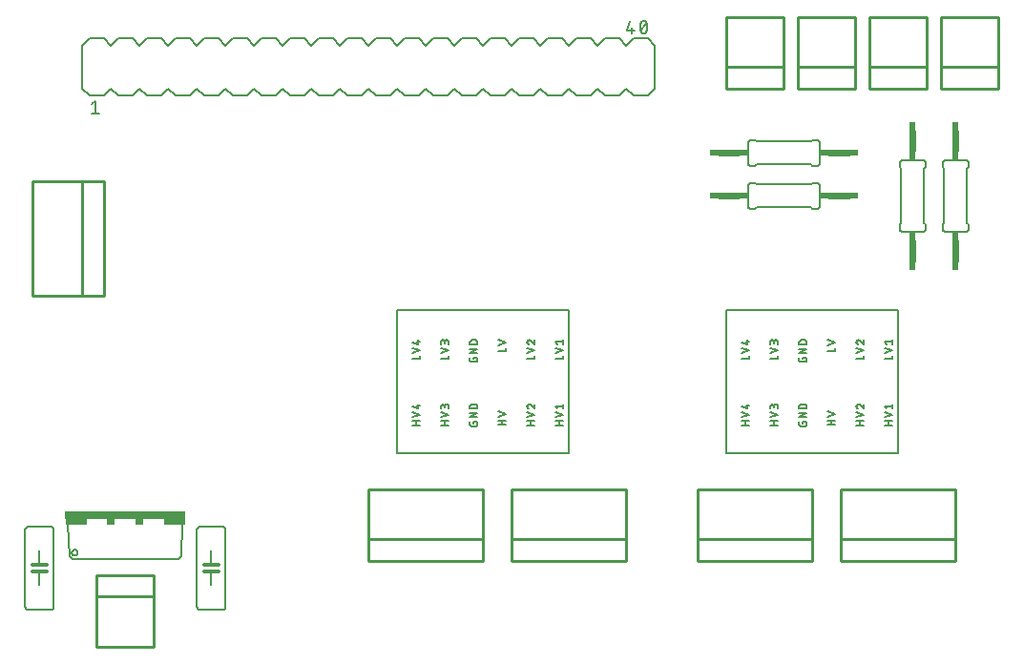
<source format=gto>
G75*
%MOIN*%
%OFA0B0*%
%FSLAX25Y25*%
%IPPOS*%
%LPD*%
%AMOC8*
5,1,8,0,0,1.08239X$1,22.5*
%
%ADD10C,0.00500*%
%ADD11C,0.00600*%
%ADD12C,0.01000*%
%ADD13C,0.01200*%
%ADD14R,0.42000X0.03000*%
%ADD15R,0.07500X0.02000*%
%ADD16R,0.03000X0.02000*%
%ADD17C,0.02400*%
%ADD18R,0.02400X0.03400*%
%ADD19R,0.03400X0.02400*%
D10*
X0025500Y0041000D02*
X0024500Y0042000D01*
X0024000Y0053500D01*
X0025300Y0043400D02*
X0025302Y0043463D01*
X0025308Y0043525D01*
X0025318Y0043587D01*
X0025331Y0043649D01*
X0025349Y0043709D01*
X0025370Y0043768D01*
X0025395Y0043826D01*
X0025424Y0043882D01*
X0025456Y0043936D01*
X0025491Y0043988D01*
X0025529Y0044037D01*
X0025571Y0044085D01*
X0025615Y0044129D01*
X0025663Y0044171D01*
X0025712Y0044209D01*
X0025764Y0044244D01*
X0025818Y0044276D01*
X0025874Y0044305D01*
X0025932Y0044330D01*
X0025991Y0044351D01*
X0026051Y0044369D01*
X0026113Y0044382D01*
X0026175Y0044392D01*
X0026237Y0044398D01*
X0026300Y0044400D01*
X0026363Y0044398D01*
X0026425Y0044392D01*
X0026487Y0044382D01*
X0026549Y0044369D01*
X0026609Y0044351D01*
X0026668Y0044330D01*
X0026726Y0044305D01*
X0026782Y0044276D01*
X0026836Y0044244D01*
X0026888Y0044209D01*
X0026937Y0044171D01*
X0026985Y0044129D01*
X0027029Y0044085D01*
X0027071Y0044037D01*
X0027109Y0043988D01*
X0027144Y0043936D01*
X0027176Y0043882D01*
X0027205Y0043826D01*
X0027230Y0043768D01*
X0027251Y0043709D01*
X0027269Y0043649D01*
X0027282Y0043587D01*
X0027292Y0043525D01*
X0027298Y0043463D01*
X0027300Y0043400D01*
X0027298Y0043337D01*
X0027292Y0043275D01*
X0027282Y0043213D01*
X0027269Y0043151D01*
X0027251Y0043091D01*
X0027230Y0043032D01*
X0027205Y0042974D01*
X0027176Y0042918D01*
X0027144Y0042864D01*
X0027109Y0042812D01*
X0027071Y0042763D01*
X0027029Y0042715D01*
X0026985Y0042671D01*
X0026937Y0042629D01*
X0026888Y0042591D01*
X0026836Y0042556D01*
X0026782Y0042524D01*
X0026726Y0042495D01*
X0026668Y0042470D01*
X0026609Y0042449D01*
X0026549Y0042431D01*
X0026487Y0042418D01*
X0026425Y0042408D01*
X0026363Y0042402D01*
X0026300Y0042400D01*
X0026237Y0042402D01*
X0026175Y0042408D01*
X0026113Y0042418D01*
X0026051Y0042431D01*
X0025991Y0042449D01*
X0025932Y0042470D01*
X0025874Y0042495D01*
X0025818Y0042524D01*
X0025764Y0042556D01*
X0025712Y0042591D01*
X0025663Y0042629D01*
X0025615Y0042671D01*
X0025571Y0042715D01*
X0025529Y0042763D01*
X0025491Y0042812D01*
X0025456Y0042864D01*
X0025424Y0042918D01*
X0025395Y0042974D01*
X0025370Y0043032D01*
X0025349Y0043091D01*
X0025331Y0043151D01*
X0025318Y0043213D01*
X0025308Y0043275D01*
X0025302Y0043337D01*
X0025300Y0043400D01*
X0025500Y0041000D02*
X0062500Y0041000D01*
X0063500Y0042000D01*
X0064000Y0053500D01*
X0139000Y0078000D02*
X0139000Y0128000D01*
X0199000Y0128000D01*
X0199000Y0078000D01*
X0139000Y0078000D01*
X0254000Y0078000D02*
X0254000Y0128000D01*
X0314000Y0128000D01*
X0314000Y0078000D01*
X0254000Y0078000D01*
X0221000Y0224750D02*
X0221000Y0226750D01*
X0221750Y0225750D02*
X0219250Y0225750D01*
X0220250Y0229250D01*
X0226250Y0227000D02*
X0226248Y0226880D01*
X0226242Y0226760D01*
X0226232Y0226640D01*
X0226219Y0226521D01*
X0226201Y0226402D01*
X0226180Y0226284D01*
X0226155Y0226166D01*
X0226126Y0226050D01*
X0226093Y0225934D01*
X0226057Y0225820D01*
X0226017Y0225706D01*
X0225973Y0225594D01*
X0225926Y0225484D01*
X0225875Y0225375D01*
X0225854Y0225319D01*
X0225828Y0225264D01*
X0225800Y0225210D01*
X0225768Y0225159D01*
X0225733Y0225110D01*
X0225694Y0225064D01*
X0225653Y0225020D01*
X0225609Y0224978D01*
X0225562Y0224940D01*
X0225513Y0224905D01*
X0225461Y0224873D01*
X0225408Y0224845D01*
X0225353Y0224820D01*
X0225297Y0224799D01*
X0225239Y0224781D01*
X0225180Y0224768D01*
X0225120Y0224758D01*
X0225060Y0224752D01*
X0225000Y0224750D01*
X0224940Y0224752D01*
X0224880Y0224758D01*
X0224820Y0224768D01*
X0224761Y0224781D01*
X0224703Y0224799D01*
X0224647Y0224820D01*
X0224592Y0224845D01*
X0224539Y0224873D01*
X0224487Y0224905D01*
X0224438Y0224940D01*
X0224391Y0224978D01*
X0224347Y0225020D01*
X0224306Y0225064D01*
X0224267Y0225110D01*
X0224232Y0225159D01*
X0224200Y0225210D01*
X0224172Y0225264D01*
X0224146Y0225319D01*
X0224125Y0225375D01*
X0224000Y0225750D02*
X0226000Y0228250D01*
X0225875Y0228625D02*
X0225854Y0228681D01*
X0225828Y0228736D01*
X0225800Y0228790D01*
X0225768Y0228841D01*
X0225733Y0228890D01*
X0225694Y0228936D01*
X0225653Y0228980D01*
X0225609Y0229022D01*
X0225562Y0229060D01*
X0225513Y0229095D01*
X0225461Y0229127D01*
X0225408Y0229155D01*
X0225353Y0229180D01*
X0225297Y0229201D01*
X0225239Y0229219D01*
X0225180Y0229232D01*
X0225120Y0229242D01*
X0225060Y0229248D01*
X0225000Y0229250D01*
X0224940Y0229248D01*
X0224880Y0229242D01*
X0224820Y0229232D01*
X0224761Y0229219D01*
X0224703Y0229201D01*
X0224647Y0229180D01*
X0224592Y0229155D01*
X0224539Y0229127D01*
X0224487Y0229095D01*
X0224438Y0229060D01*
X0224391Y0229022D01*
X0224347Y0228980D01*
X0224306Y0228936D01*
X0224267Y0228890D01*
X0224232Y0228841D01*
X0224200Y0228790D01*
X0224172Y0228736D01*
X0224146Y0228681D01*
X0224125Y0228625D01*
X0225875Y0228625D02*
X0225926Y0228516D01*
X0225973Y0228406D01*
X0226017Y0228294D01*
X0226057Y0228180D01*
X0226093Y0228066D01*
X0226126Y0227950D01*
X0226155Y0227834D01*
X0226180Y0227716D01*
X0226201Y0227598D01*
X0226219Y0227479D01*
X0226232Y0227360D01*
X0226242Y0227240D01*
X0226248Y0227120D01*
X0226250Y0227000D01*
X0223750Y0227000D02*
X0223752Y0226880D01*
X0223758Y0226760D01*
X0223768Y0226640D01*
X0223781Y0226521D01*
X0223799Y0226402D01*
X0223820Y0226284D01*
X0223845Y0226166D01*
X0223874Y0226050D01*
X0223907Y0225934D01*
X0223943Y0225820D01*
X0223983Y0225706D01*
X0224027Y0225594D01*
X0224074Y0225484D01*
X0224125Y0225375D01*
X0223750Y0227000D02*
X0223752Y0227120D01*
X0223758Y0227240D01*
X0223768Y0227360D01*
X0223781Y0227479D01*
X0223799Y0227598D01*
X0223820Y0227716D01*
X0223845Y0227834D01*
X0223874Y0227950D01*
X0223907Y0228066D01*
X0223943Y0228180D01*
X0223983Y0228294D01*
X0224027Y0228406D01*
X0224074Y0228516D01*
X0224125Y0228625D01*
X0034750Y0196750D02*
X0032250Y0196750D01*
X0033500Y0196750D02*
X0033500Y0201250D01*
X0032250Y0200250D01*
D11*
X0018000Y0023500D02*
X0010000Y0023500D01*
X0009940Y0023502D01*
X0009879Y0023507D01*
X0009820Y0023516D01*
X0009761Y0023529D01*
X0009702Y0023545D01*
X0009645Y0023565D01*
X0009590Y0023588D01*
X0009535Y0023615D01*
X0009483Y0023644D01*
X0009432Y0023677D01*
X0009383Y0023713D01*
X0009337Y0023751D01*
X0009293Y0023793D01*
X0009251Y0023837D01*
X0009213Y0023883D01*
X0009177Y0023932D01*
X0009144Y0023983D01*
X0009115Y0024035D01*
X0009088Y0024090D01*
X0009065Y0024145D01*
X0009045Y0024202D01*
X0009029Y0024261D01*
X0009016Y0024320D01*
X0009007Y0024379D01*
X0009002Y0024440D01*
X0009000Y0024500D01*
X0009000Y0051500D01*
X0009002Y0051560D01*
X0009007Y0051621D01*
X0009016Y0051680D01*
X0009029Y0051739D01*
X0009045Y0051798D01*
X0009065Y0051855D01*
X0009088Y0051910D01*
X0009115Y0051965D01*
X0009144Y0052017D01*
X0009177Y0052068D01*
X0009213Y0052117D01*
X0009251Y0052163D01*
X0009293Y0052207D01*
X0009337Y0052249D01*
X0009383Y0052287D01*
X0009432Y0052323D01*
X0009483Y0052356D01*
X0009535Y0052385D01*
X0009590Y0052412D01*
X0009645Y0052435D01*
X0009702Y0052455D01*
X0009761Y0052471D01*
X0009820Y0052484D01*
X0009879Y0052493D01*
X0009940Y0052498D01*
X0010000Y0052500D01*
X0018000Y0052500D01*
X0018060Y0052498D01*
X0018121Y0052493D01*
X0018180Y0052484D01*
X0018239Y0052471D01*
X0018298Y0052455D01*
X0018355Y0052435D01*
X0018410Y0052412D01*
X0018465Y0052385D01*
X0018517Y0052356D01*
X0018568Y0052323D01*
X0018617Y0052287D01*
X0018663Y0052249D01*
X0018707Y0052207D01*
X0018749Y0052163D01*
X0018787Y0052117D01*
X0018823Y0052068D01*
X0018856Y0052017D01*
X0018885Y0051965D01*
X0018912Y0051910D01*
X0018935Y0051855D01*
X0018955Y0051798D01*
X0018971Y0051739D01*
X0018984Y0051680D01*
X0018993Y0051621D01*
X0018998Y0051560D01*
X0019000Y0051500D01*
X0019000Y0024500D01*
X0018998Y0024440D01*
X0018993Y0024379D01*
X0018984Y0024320D01*
X0018971Y0024261D01*
X0018955Y0024202D01*
X0018935Y0024145D01*
X0018912Y0024090D01*
X0018885Y0024035D01*
X0018856Y0023983D01*
X0018823Y0023932D01*
X0018787Y0023883D01*
X0018749Y0023837D01*
X0018707Y0023793D01*
X0018663Y0023751D01*
X0018617Y0023713D01*
X0018568Y0023677D01*
X0018517Y0023644D01*
X0018465Y0023615D01*
X0018410Y0023588D01*
X0018355Y0023565D01*
X0018298Y0023545D01*
X0018239Y0023529D01*
X0018180Y0023516D01*
X0018121Y0023507D01*
X0018060Y0023502D01*
X0018000Y0023500D01*
X0014000Y0032000D02*
X0014000Y0036700D01*
X0014000Y0039200D02*
X0014000Y0044000D01*
X0069000Y0051500D02*
X0069000Y0024500D01*
X0069002Y0024440D01*
X0069007Y0024379D01*
X0069016Y0024320D01*
X0069029Y0024261D01*
X0069045Y0024202D01*
X0069065Y0024145D01*
X0069088Y0024090D01*
X0069115Y0024035D01*
X0069144Y0023983D01*
X0069177Y0023932D01*
X0069213Y0023883D01*
X0069251Y0023837D01*
X0069293Y0023793D01*
X0069337Y0023751D01*
X0069383Y0023713D01*
X0069432Y0023677D01*
X0069483Y0023644D01*
X0069535Y0023615D01*
X0069590Y0023588D01*
X0069645Y0023565D01*
X0069702Y0023545D01*
X0069761Y0023529D01*
X0069820Y0023516D01*
X0069879Y0023507D01*
X0069940Y0023502D01*
X0070000Y0023500D01*
X0078000Y0023500D01*
X0078060Y0023502D01*
X0078121Y0023507D01*
X0078180Y0023516D01*
X0078239Y0023529D01*
X0078298Y0023545D01*
X0078355Y0023565D01*
X0078410Y0023588D01*
X0078465Y0023615D01*
X0078517Y0023644D01*
X0078568Y0023677D01*
X0078617Y0023713D01*
X0078663Y0023751D01*
X0078707Y0023793D01*
X0078749Y0023837D01*
X0078787Y0023883D01*
X0078823Y0023932D01*
X0078856Y0023983D01*
X0078885Y0024035D01*
X0078912Y0024090D01*
X0078935Y0024145D01*
X0078955Y0024202D01*
X0078971Y0024261D01*
X0078984Y0024320D01*
X0078993Y0024379D01*
X0078998Y0024440D01*
X0079000Y0024500D01*
X0079000Y0051500D01*
X0078998Y0051560D01*
X0078993Y0051621D01*
X0078984Y0051680D01*
X0078971Y0051739D01*
X0078955Y0051798D01*
X0078935Y0051855D01*
X0078912Y0051910D01*
X0078885Y0051965D01*
X0078856Y0052017D01*
X0078823Y0052068D01*
X0078787Y0052117D01*
X0078749Y0052163D01*
X0078707Y0052207D01*
X0078663Y0052249D01*
X0078617Y0052287D01*
X0078568Y0052323D01*
X0078517Y0052356D01*
X0078465Y0052385D01*
X0078410Y0052412D01*
X0078355Y0052435D01*
X0078298Y0052455D01*
X0078239Y0052471D01*
X0078180Y0052484D01*
X0078121Y0052493D01*
X0078060Y0052498D01*
X0078000Y0052500D01*
X0070000Y0052500D01*
X0069940Y0052498D01*
X0069879Y0052493D01*
X0069820Y0052484D01*
X0069761Y0052471D01*
X0069702Y0052455D01*
X0069645Y0052435D01*
X0069590Y0052412D01*
X0069535Y0052385D01*
X0069483Y0052356D01*
X0069432Y0052323D01*
X0069383Y0052287D01*
X0069337Y0052249D01*
X0069293Y0052207D01*
X0069251Y0052163D01*
X0069213Y0052117D01*
X0069177Y0052068D01*
X0069144Y0052017D01*
X0069115Y0051965D01*
X0069088Y0051910D01*
X0069065Y0051855D01*
X0069045Y0051798D01*
X0069029Y0051739D01*
X0069016Y0051680D01*
X0069007Y0051621D01*
X0069002Y0051560D01*
X0069000Y0051500D01*
X0074000Y0044000D02*
X0074000Y0039200D01*
X0074000Y0036700D02*
X0074000Y0032000D01*
X0144300Y0087900D02*
X0146900Y0087900D01*
X0146900Y0089344D02*
X0144300Y0089344D01*
X0145456Y0089344D02*
X0145456Y0087900D01*
X0144300Y0090731D02*
X0146900Y0091598D01*
X0144300Y0092464D01*
X0144300Y0094333D02*
X0146322Y0093756D01*
X0146322Y0095200D01*
X0145744Y0094767D02*
X0146900Y0094767D01*
X0154300Y0094622D02*
X0154300Y0093756D01*
X0154300Y0094622D02*
X0154302Y0094669D01*
X0154307Y0094715D01*
X0154317Y0094760D01*
X0154330Y0094805D01*
X0154346Y0094849D01*
X0154366Y0094891D01*
X0154389Y0094931D01*
X0154416Y0094969D01*
X0154445Y0095005D01*
X0154478Y0095039D01*
X0154512Y0095070D01*
X0154550Y0095098D01*
X0154589Y0095123D01*
X0154630Y0095144D01*
X0154673Y0095162D01*
X0154717Y0095177D01*
X0154762Y0095188D01*
X0154808Y0095196D01*
X0154855Y0095200D01*
X0154901Y0095200D01*
X0154948Y0095196D01*
X0154994Y0095188D01*
X0155039Y0095177D01*
X0155083Y0095162D01*
X0155126Y0095144D01*
X0155167Y0095123D01*
X0155206Y0095098D01*
X0155244Y0095070D01*
X0155278Y0095039D01*
X0155311Y0095005D01*
X0155340Y0094969D01*
X0155367Y0094931D01*
X0155390Y0094891D01*
X0155410Y0094849D01*
X0155426Y0094805D01*
X0155439Y0094760D01*
X0155449Y0094715D01*
X0155454Y0094669D01*
X0155456Y0094622D01*
X0155456Y0094044D01*
X0155456Y0094478D02*
X0155458Y0094531D01*
X0155464Y0094583D01*
X0155473Y0094635D01*
X0155487Y0094686D01*
X0155504Y0094736D01*
X0155524Y0094784D01*
X0155548Y0094831D01*
X0155576Y0094876D01*
X0155607Y0094919D01*
X0155640Y0094960D01*
X0155677Y0094998D01*
X0155716Y0095033D01*
X0155758Y0095065D01*
X0155802Y0095094D01*
X0155848Y0095120D01*
X0155896Y0095142D01*
X0155945Y0095161D01*
X0155995Y0095177D01*
X0156047Y0095188D01*
X0156099Y0095196D01*
X0156152Y0095200D01*
X0156204Y0095200D01*
X0156257Y0095196D01*
X0156309Y0095188D01*
X0156361Y0095177D01*
X0156411Y0095161D01*
X0156460Y0095142D01*
X0156508Y0095120D01*
X0156554Y0095094D01*
X0156598Y0095065D01*
X0156640Y0095033D01*
X0156679Y0094998D01*
X0156716Y0094960D01*
X0156749Y0094919D01*
X0156780Y0094876D01*
X0156808Y0094831D01*
X0156832Y0094784D01*
X0156852Y0094736D01*
X0156869Y0094686D01*
X0156883Y0094635D01*
X0156892Y0094583D01*
X0156898Y0094531D01*
X0156900Y0094478D01*
X0156900Y0093756D01*
X0156900Y0091598D02*
X0154300Y0092464D01*
X0154300Y0090731D02*
X0156900Y0091598D01*
X0156900Y0089344D02*
X0154300Y0089344D01*
X0155456Y0089344D02*
X0155456Y0087900D01*
X0154300Y0087900D02*
X0156900Y0087900D01*
X0164300Y0088189D02*
X0164300Y0089056D01*
X0164300Y0088189D02*
X0164302Y0088141D01*
X0164308Y0088094D01*
X0164318Y0088047D01*
X0164331Y0088001D01*
X0164349Y0087957D01*
X0164370Y0087914D01*
X0164394Y0087873D01*
X0164422Y0087834D01*
X0164453Y0087798D01*
X0164487Y0087764D01*
X0164523Y0087733D01*
X0164562Y0087705D01*
X0164603Y0087681D01*
X0164646Y0087660D01*
X0164690Y0087642D01*
X0164736Y0087629D01*
X0164783Y0087619D01*
X0164830Y0087613D01*
X0164878Y0087611D01*
X0164878Y0087612D02*
X0166322Y0087612D01*
X0166322Y0087611D02*
X0166370Y0087613D01*
X0166417Y0087619D01*
X0166464Y0087629D01*
X0166510Y0087642D01*
X0166554Y0087660D01*
X0166597Y0087681D01*
X0166638Y0087705D01*
X0166677Y0087733D01*
X0166713Y0087764D01*
X0166747Y0087798D01*
X0166778Y0087834D01*
X0166806Y0087873D01*
X0166830Y0087914D01*
X0166851Y0087957D01*
X0166869Y0088001D01*
X0166882Y0088047D01*
X0166892Y0088094D01*
X0166898Y0088141D01*
X0166900Y0088189D01*
X0166900Y0089056D01*
X0165456Y0089056D01*
X0165456Y0088623D01*
X0164300Y0090684D02*
X0166900Y0092128D01*
X0164300Y0092128D01*
X0164300Y0090684D02*
X0166900Y0090684D01*
X0166900Y0093756D02*
X0164300Y0093756D01*
X0164300Y0094478D01*
X0164302Y0094530D01*
X0164307Y0094581D01*
X0164317Y0094631D01*
X0164329Y0094681D01*
X0164346Y0094730D01*
X0164365Y0094778D01*
X0164388Y0094824D01*
X0164415Y0094868D01*
X0164444Y0094911D01*
X0164476Y0094951D01*
X0164511Y0094989D01*
X0164549Y0095024D01*
X0164589Y0095056D01*
X0164632Y0095085D01*
X0164676Y0095112D01*
X0164722Y0095135D01*
X0164770Y0095154D01*
X0164819Y0095171D01*
X0164869Y0095184D01*
X0164919Y0095193D01*
X0164971Y0095198D01*
X0165022Y0095200D01*
X0166178Y0095200D01*
X0166230Y0095198D01*
X0166281Y0095193D01*
X0166331Y0095184D01*
X0166381Y0095171D01*
X0166430Y0095154D01*
X0166478Y0095135D01*
X0166524Y0095112D01*
X0166568Y0095085D01*
X0166611Y0095056D01*
X0166651Y0095024D01*
X0166689Y0094989D01*
X0166724Y0094951D01*
X0166756Y0094911D01*
X0166785Y0094868D01*
X0166812Y0094824D01*
X0166835Y0094778D01*
X0166854Y0094730D01*
X0166871Y0094681D01*
X0166884Y0094631D01*
X0166893Y0094581D01*
X0166898Y0094530D01*
X0166900Y0094478D01*
X0166900Y0093756D01*
X0174300Y0092700D02*
X0176900Y0091833D01*
X0174300Y0090967D01*
X0174300Y0089580D02*
X0176900Y0089580D01*
X0175456Y0089580D02*
X0175456Y0088135D01*
X0174300Y0088135D02*
X0176900Y0088135D01*
X0184300Y0087900D02*
X0186900Y0087900D01*
X0186900Y0089344D02*
X0184300Y0089344D01*
X0185456Y0089344D02*
X0185456Y0087900D01*
X0184300Y0090731D02*
X0186900Y0091598D01*
X0184300Y0092464D01*
X0185455Y0094983D02*
X0185419Y0095019D01*
X0185379Y0095052D01*
X0185338Y0095082D01*
X0185294Y0095109D01*
X0185248Y0095133D01*
X0185201Y0095153D01*
X0185153Y0095170D01*
X0185103Y0095183D01*
X0185052Y0095192D01*
X0185001Y0095198D01*
X0184950Y0095200D01*
X0185456Y0094983D02*
X0186900Y0093756D01*
X0186900Y0095200D01*
X0184878Y0093756D02*
X0184826Y0093774D01*
X0184775Y0093797D01*
X0184726Y0093822D01*
X0184679Y0093851D01*
X0184634Y0093882D01*
X0184591Y0093917D01*
X0184550Y0093954D01*
X0184512Y0093994D01*
X0184476Y0094037D01*
X0184444Y0094081D01*
X0184414Y0094128D01*
X0184388Y0094177D01*
X0184365Y0094227D01*
X0184345Y0094279D01*
X0184329Y0094332D01*
X0184316Y0094385D01*
X0184307Y0094440D01*
X0184302Y0094495D01*
X0184300Y0094550D01*
X0184302Y0094599D01*
X0184307Y0094647D01*
X0184316Y0094695D01*
X0184329Y0094742D01*
X0184345Y0094787D01*
X0184364Y0094832D01*
X0184387Y0094875D01*
X0184413Y0094916D01*
X0184442Y0094955D01*
X0184474Y0094992D01*
X0184508Y0095026D01*
X0184545Y0095058D01*
X0184584Y0095087D01*
X0184625Y0095113D01*
X0184668Y0095136D01*
X0184713Y0095155D01*
X0184758Y0095171D01*
X0184805Y0095184D01*
X0184853Y0095193D01*
X0184901Y0095198D01*
X0184950Y0095200D01*
X0194300Y0094478D02*
X0196900Y0094478D01*
X0196900Y0093756D02*
X0196900Y0095200D01*
X0194878Y0093756D02*
X0194300Y0094478D01*
X0194300Y0092464D02*
X0196900Y0091598D01*
X0194300Y0090731D01*
X0194300Y0089344D02*
X0196900Y0089344D01*
X0196900Y0087900D02*
X0194300Y0087900D01*
X0195456Y0087900D02*
X0195456Y0089344D01*
X0194300Y0110985D02*
X0196900Y0110985D01*
X0196900Y0112141D01*
X0196900Y0114098D02*
X0194300Y0114964D01*
X0194878Y0116256D02*
X0194300Y0116978D01*
X0196900Y0116978D01*
X0196900Y0116256D02*
X0196900Y0117700D01*
X0196900Y0114098D02*
X0194300Y0113231D01*
X0186900Y0114098D02*
X0184300Y0114964D01*
X0184300Y0113231D02*
X0186900Y0114098D01*
X0186900Y0112141D02*
X0186900Y0110985D01*
X0184300Y0110985D01*
X0186900Y0116256D02*
X0186900Y0117700D01*
X0186900Y0116256D02*
X0185456Y0117483D01*
X0184300Y0117050D02*
X0184302Y0116995D01*
X0184307Y0116940D01*
X0184316Y0116885D01*
X0184329Y0116832D01*
X0184345Y0116779D01*
X0184365Y0116727D01*
X0184388Y0116677D01*
X0184414Y0116628D01*
X0184444Y0116581D01*
X0184476Y0116537D01*
X0184512Y0116494D01*
X0184550Y0116454D01*
X0184591Y0116417D01*
X0184634Y0116382D01*
X0184679Y0116351D01*
X0184726Y0116322D01*
X0184775Y0116297D01*
X0184826Y0116274D01*
X0184878Y0116256D01*
X0185455Y0117483D02*
X0185419Y0117519D01*
X0185379Y0117552D01*
X0185338Y0117582D01*
X0185294Y0117609D01*
X0185248Y0117633D01*
X0185201Y0117653D01*
X0185153Y0117670D01*
X0185103Y0117683D01*
X0185052Y0117692D01*
X0185001Y0117698D01*
X0184950Y0117700D01*
X0184901Y0117698D01*
X0184853Y0117693D01*
X0184805Y0117684D01*
X0184758Y0117671D01*
X0184713Y0117655D01*
X0184668Y0117636D01*
X0184625Y0117613D01*
X0184584Y0117587D01*
X0184545Y0117558D01*
X0184508Y0117526D01*
X0184474Y0117492D01*
X0184442Y0117455D01*
X0184413Y0117416D01*
X0184387Y0117375D01*
X0184364Y0117332D01*
X0184345Y0117287D01*
X0184329Y0117242D01*
X0184316Y0117195D01*
X0184307Y0117147D01*
X0184302Y0117099D01*
X0184300Y0117050D01*
X0176900Y0116833D02*
X0174300Y0117700D01*
X0174300Y0115967D02*
X0176900Y0116833D01*
X0176900Y0114876D02*
X0176900Y0113721D01*
X0174300Y0113721D01*
X0166900Y0113184D02*
X0164300Y0113184D01*
X0166900Y0114628D01*
X0164300Y0114628D01*
X0164300Y0116256D02*
X0164300Y0116978D01*
X0164302Y0117030D01*
X0164307Y0117081D01*
X0164317Y0117131D01*
X0164329Y0117181D01*
X0164346Y0117230D01*
X0164365Y0117278D01*
X0164388Y0117324D01*
X0164415Y0117368D01*
X0164444Y0117411D01*
X0164476Y0117451D01*
X0164511Y0117489D01*
X0164549Y0117524D01*
X0164589Y0117556D01*
X0164632Y0117585D01*
X0164676Y0117612D01*
X0164722Y0117635D01*
X0164770Y0117654D01*
X0164819Y0117671D01*
X0164869Y0117684D01*
X0164919Y0117693D01*
X0164971Y0117698D01*
X0165022Y0117700D01*
X0166178Y0117700D01*
X0166230Y0117698D01*
X0166281Y0117693D01*
X0166331Y0117684D01*
X0166381Y0117671D01*
X0166430Y0117654D01*
X0166478Y0117635D01*
X0166524Y0117612D01*
X0166568Y0117585D01*
X0166611Y0117556D01*
X0166651Y0117524D01*
X0166689Y0117489D01*
X0166724Y0117451D01*
X0166756Y0117411D01*
X0166785Y0117368D01*
X0166812Y0117324D01*
X0166835Y0117278D01*
X0166854Y0117230D01*
X0166871Y0117181D01*
X0166884Y0117131D01*
X0166893Y0117081D01*
X0166898Y0117030D01*
X0166900Y0116978D01*
X0166900Y0116256D01*
X0164300Y0116256D01*
X0164300Y0111556D02*
X0164300Y0110689D01*
X0164302Y0110641D01*
X0164308Y0110594D01*
X0164318Y0110547D01*
X0164331Y0110501D01*
X0164349Y0110457D01*
X0164370Y0110414D01*
X0164394Y0110373D01*
X0164422Y0110334D01*
X0164453Y0110298D01*
X0164487Y0110264D01*
X0164523Y0110233D01*
X0164562Y0110205D01*
X0164603Y0110181D01*
X0164646Y0110160D01*
X0164690Y0110142D01*
X0164736Y0110129D01*
X0164783Y0110119D01*
X0164830Y0110113D01*
X0164878Y0110111D01*
X0164878Y0110112D02*
X0166322Y0110112D01*
X0166322Y0110111D02*
X0166370Y0110113D01*
X0166417Y0110119D01*
X0166464Y0110129D01*
X0166510Y0110142D01*
X0166554Y0110160D01*
X0166597Y0110181D01*
X0166638Y0110205D01*
X0166677Y0110233D01*
X0166713Y0110264D01*
X0166747Y0110298D01*
X0166778Y0110334D01*
X0166806Y0110373D01*
X0166830Y0110414D01*
X0166851Y0110457D01*
X0166869Y0110501D01*
X0166882Y0110547D01*
X0166892Y0110594D01*
X0166898Y0110641D01*
X0166900Y0110689D01*
X0166900Y0111556D01*
X0165456Y0111556D01*
X0165456Y0111123D01*
X0156900Y0110985D02*
X0156900Y0112141D01*
X0156900Y0110985D02*
X0154300Y0110985D01*
X0154300Y0113231D02*
X0156900Y0114098D01*
X0154300Y0114964D01*
X0154300Y0116256D02*
X0154300Y0117122D01*
X0154302Y0117169D01*
X0154307Y0117215D01*
X0154317Y0117260D01*
X0154330Y0117305D01*
X0154346Y0117349D01*
X0154366Y0117391D01*
X0154389Y0117431D01*
X0154416Y0117469D01*
X0154445Y0117505D01*
X0154478Y0117539D01*
X0154512Y0117570D01*
X0154550Y0117598D01*
X0154589Y0117623D01*
X0154630Y0117644D01*
X0154673Y0117662D01*
X0154717Y0117677D01*
X0154762Y0117688D01*
X0154808Y0117696D01*
X0154855Y0117700D01*
X0154901Y0117700D01*
X0154948Y0117696D01*
X0154994Y0117688D01*
X0155039Y0117677D01*
X0155083Y0117662D01*
X0155126Y0117644D01*
X0155167Y0117623D01*
X0155206Y0117598D01*
X0155244Y0117570D01*
X0155278Y0117539D01*
X0155311Y0117505D01*
X0155340Y0117469D01*
X0155367Y0117431D01*
X0155390Y0117391D01*
X0155410Y0117349D01*
X0155426Y0117305D01*
X0155439Y0117260D01*
X0155449Y0117215D01*
X0155454Y0117169D01*
X0155456Y0117122D01*
X0155456Y0116544D01*
X0155456Y0116978D02*
X0155458Y0117031D01*
X0155464Y0117083D01*
X0155473Y0117135D01*
X0155487Y0117186D01*
X0155504Y0117236D01*
X0155524Y0117284D01*
X0155548Y0117331D01*
X0155576Y0117376D01*
X0155607Y0117419D01*
X0155640Y0117460D01*
X0155677Y0117498D01*
X0155716Y0117533D01*
X0155758Y0117565D01*
X0155802Y0117594D01*
X0155848Y0117620D01*
X0155896Y0117642D01*
X0155945Y0117661D01*
X0155995Y0117677D01*
X0156047Y0117688D01*
X0156099Y0117696D01*
X0156152Y0117700D01*
X0156204Y0117700D01*
X0156257Y0117696D01*
X0156309Y0117688D01*
X0156361Y0117677D01*
X0156411Y0117661D01*
X0156460Y0117642D01*
X0156508Y0117620D01*
X0156554Y0117594D01*
X0156598Y0117565D01*
X0156640Y0117533D01*
X0156679Y0117498D01*
X0156716Y0117460D01*
X0156749Y0117419D01*
X0156780Y0117376D01*
X0156808Y0117331D01*
X0156832Y0117284D01*
X0156852Y0117236D01*
X0156869Y0117186D01*
X0156883Y0117135D01*
X0156892Y0117083D01*
X0156898Y0117031D01*
X0156900Y0116978D01*
X0156900Y0116256D01*
X0146900Y0117267D02*
X0145744Y0117267D01*
X0146322Y0117700D02*
X0146322Y0116256D01*
X0144300Y0116833D01*
X0144300Y0114964D02*
X0146900Y0114098D01*
X0144300Y0113231D01*
X0144300Y0110985D02*
X0146900Y0110985D01*
X0146900Y0112141D01*
X0259300Y0113231D02*
X0261900Y0114098D01*
X0259300Y0114964D01*
X0259300Y0116833D02*
X0261322Y0116256D01*
X0261322Y0117700D01*
X0260744Y0117267D02*
X0261900Y0117267D01*
X0261900Y0112141D02*
X0261900Y0110985D01*
X0259300Y0110985D01*
X0269300Y0110985D02*
X0271900Y0110985D01*
X0271900Y0112141D01*
X0271900Y0114098D02*
X0269300Y0114964D01*
X0269300Y0116256D02*
X0269300Y0117122D01*
X0269302Y0117169D01*
X0269307Y0117215D01*
X0269317Y0117260D01*
X0269330Y0117305D01*
X0269346Y0117349D01*
X0269366Y0117391D01*
X0269389Y0117431D01*
X0269416Y0117469D01*
X0269445Y0117505D01*
X0269478Y0117539D01*
X0269512Y0117570D01*
X0269550Y0117598D01*
X0269589Y0117623D01*
X0269630Y0117644D01*
X0269673Y0117662D01*
X0269717Y0117677D01*
X0269762Y0117688D01*
X0269808Y0117696D01*
X0269855Y0117700D01*
X0269901Y0117700D01*
X0269948Y0117696D01*
X0269994Y0117688D01*
X0270039Y0117677D01*
X0270083Y0117662D01*
X0270126Y0117644D01*
X0270167Y0117623D01*
X0270206Y0117598D01*
X0270244Y0117570D01*
X0270278Y0117539D01*
X0270311Y0117505D01*
X0270340Y0117469D01*
X0270367Y0117431D01*
X0270390Y0117391D01*
X0270410Y0117349D01*
X0270426Y0117305D01*
X0270439Y0117260D01*
X0270449Y0117215D01*
X0270454Y0117169D01*
X0270456Y0117122D01*
X0270456Y0116544D01*
X0270456Y0116978D02*
X0270458Y0117031D01*
X0270464Y0117083D01*
X0270473Y0117135D01*
X0270487Y0117186D01*
X0270504Y0117236D01*
X0270524Y0117284D01*
X0270548Y0117331D01*
X0270576Y0117376D01*
X0270607Y0117419D01*
X0270640Y0117460D01*
X0270677Y0117498D01*
X0270716Y0117533D01*
X0270758Y0117565D01*
X0270802Y0117594D01*
X0270848Y0117620D01*
X0270896Y0117642D01*
X0270945Y0117661D01*
X0270995Y0117677D01*
X0271047Y0117688D01*
X0271099Y0117696D01*
X0271152Y0117700D01*
X0271204Y0117700D01*
X0271257Y0117696D01*
X0271309Y0117688D01*
X0271361Y0117677D01*
X0271411Y0117661D01*
X0271460Y0117642D01*
X0271508Y0117620D01*
X0271554Y0117594D01*
X0271598Y0117565D01*
X0271640Y0117533D01*
X0271679Y0117498D01*
X0271716Y0117460D01*
X0271749Y0117419D01*
X0271780Y0117376D01*
X0271808Y0117331D01*
X0271832Y0117284D01*
X0271852Y0117236D01*
X0271869Y0117186D01*
X0271883Y0117135D01*
X0271892Y0117083D01*
X0271898Y0117031D01*
X0271900Y0116978D01*
X0271900Y0116256D01*
X0271900Y0114098D02*
X0269300Y0113231D01*
X0279300Y0113184D02*
X0281900Y0114628D01*
X0279300Y0114628D01*
X0279300Y0113184D02*
X0281900Y0113184D01*
X0281900Y0111556D02*
X0280456Y0111556D01*
X0280456Y0111123D01*
X0279878Y0110111D02*
X0279830Y0110113D01*
X0279783Y0110119D01*
X0279736Y0110129D01*
X0279690Y0110142D01*
X0279646Y0110160D01*
X0279603Y0110181D01*
X0279562Y0110205D01*
X0279523Y0110233D01*
X0279487Y0110264D01*
X0279453Y0110298D01*
X0279422Y0110334D01*
X0279394Y0110373D01*
X0279370Y0110414D01*
X0279349Y0110457D01*
X0279331Y0110501D01*
X0279318Y0110547D01*
X0279308Y0110594D01*
X0279302Y0110641D01*
X0279300Y0110689D01*
X0279300Y0111556D01*
X0279878Y0110112D02*
X0281322Y0110112D01*
X0281322Y0110111D02*
X0281370Y0110113D01*
X0281417Y0110119D01*
X0281464Y0110129D01*
X0281510Y0110142D01*
X0281554Y0110160D01*
X0281597Y0110181D01*
X0281638Y0110205D01*
X0281677Y0110233D01*
X0281713Y0110264D01*
X0281747Y0110298D01*
X0281778Y0110334D01*
X0281806Y0110373D01*
X0281830Y0110414D01*
X0281851Y0110457D01*
X0281869Y0110501D01*
X0281882Y0110547D01*
X0281892Y0110594D01*
X0281898Y0110641D01*
X0281900Y0110689D01*
X0281900Y0111556D01*
X0281900Y0116256D02*
X0279300Y0116256D01*
X0279300Y0116978D01*
X0279302Y0117030D01*
X0279307Y0117081D01*
X0279317Y0117131D01*
X0279329Y0117181D01*
X0279346Y0117230D01*
X0279365Y0117278D01*
X0279388Y0117324D01*
X0279415Y0117368D01*
X0279444Y0117411D01*
X0279476Y0117451D01*
X0279511Y0117489D01*
X0279549Y0117524D01*
X0279589Y0117556D01*
X0279632Y0117585D01*
X0279676Y0117612D01*
X0279722Y0117635D01*
X0279770Y0117654D01*
X0279819Y0117671D01*
X0279869Y0117684D01*
X0279919Y0117693D01*
X0279971Y0117698D01*
X0280022Y0117700D01*
X0281178Y0117700D01*
X0281230Y0117698D01*
X0281281Y0117693D01*
X0281331Y0117684D01*
X0281381Y0117671D01*
X0281430Y0117654D01*
X0281478Y0117635D01*
X0281524Y0117612D01*
X0281568Y0117585D01*
X0281611Y0117556D01*
X0281651Y0117524D01*
X0281689Y0117489D01*
X0281724Y0117451D01*
X0281756Y0117411D01*
X0281785Y0117368D01*
X0281812Y0117324D01*
X0281835Y0117278D01*
X0281854Y0117230D01*
X0281871Y0117181D01*
X0281884Y0117131D01*
X0281893Y0117081D01*
X0281898Y0117030D01*
X0281900Y0116978D01*
X0281900Y0116256D01*
X0289300Y0115967D02*
X0291900Y0116833D01*
X0289300Y0117700D01*
X0291900Y0114876D02*
X0291900Y0113721D01*
X0289300Y0113721D01*
X0299300Y0113231D02*
X0301900Y0114098D01*
X0299300Y0114964D01*
X0300455Y0117483D02*
X0300419Y0117519D01*
X0300379Y0117552D01*
X0300338Y0117582D01*
X0300294Y0117609D01*
X0300248Y0117633D01*
X0300201Y0117653D01*
X0300153Y0117670D01*
X0300103Y0117683D01*
X0300052Y0117692D01*
X0300001Y0117698D01*
X0299950Y0117700D01*
X0300456Y0117483D02*
X0301900Y0116256D01*
X0301900Y0117700D01*
X0299878Y0116256D02*
X0299826Y0116274D01*
X0299775Y0116297D01*
X0299726Y0116322D01*
X0299679Y0116351D01*
X0299634Y0116382D01*
X0299591Y0116417D01*
X0299550Y0116454D01*
X0299512Y0116494D01*
X0299476Y0116537D01*
X0299444Y0116581D01*
X0299414Y0116628D01*
X0299388Y0116677D01*
X0299365Y0116727D01*
X0299345Y0116779D01*
X0299329Y0116832D01*
X0299316Y0116885D01*
X0299307Y0116940D01*
X0299302Y0116995D01*
X0299300Y0117050D01*
X0299302Y0117099D01*
X0299307Y0117147D01*
X0299316Y0117195D01*
X0299329Y0117242D01*
X0299345Y0117287D01*
X0299364Y0117332D01*
X0299387Y0117375D01*
X0299413Y0117416D01*
X0299442Y0117455D01*
X0299474Y0117492D01*
X0299508Y0117526D01*
X0299545Y0117558D01*
X0299584Y0117587D01*
X0299625Y0117613D01*
X0299668Y0117636D01*
X0299713Y0117655D01*
X0299758Y0117671D01*
X0299805Y0117684D01*
X0299853Y0117693D01*
X0299901Y0117698D01*
X0299950Y0117700D01*
X0309300Y0116978D02*
X0311900Y0116978D01*
X0311900Y0116256D02*
X0311900Y0117700D01*
X0309878Y0116256D02*
X0309300Y0116978D01*
X0309300Y0114964D02*
X0311900Y0114098D01*
X0309300Y0113231D01*
X0309300Y0110985D02*
X0311900Y0110985D01*
X0311900Y0112141D01*
X0301900Y0112141D02*
X0301900Y0110985D01*
X0299300Y0110985D01*
X0301900Y0095200D02*
X0301900Y0093756D01*
X0300456Y0094983D01*
X0299300Y0094550D02*
X0299302Y0094495D01*
X0299307Y0094440D01*
X0299316Y0094385D01*
X0299329Y0094332D01*
X0299345Y0094279D01*
X0299365Y0094227D01*
X0299388Y0094177D01*
X0299414Y0094128D01*
X0299444Y0094081D01*
X0299476Y0094037D01*
X0299512Y0093994D01*
X0299550Y0093954D01*
X0299591Y0093917D01*
X0299634Y0093882D01*
X0299679Y0093851D01*
X0299726Y0093822D01*
X0299775Y0093797D01*
X0299826Y0093774D01*
X0299878Y0093756D01*
X0300455Y0094983D02*
X0300419Y0095019D01*
X0300379Y0095052D01*
X0300338Y0095082D01*
X0300294Y0095109D01*
X0300248Y0095133D01*
X0300201Y0095153D01*
X0300153Y0095170D01*
X0300103Y0095183D01*
X0300052Y0095192D01*
X0300001Y0095198D01*
X0299950Y0095200D01*
X0299901Y0095198D01*
X0299853Y0095193D01*
X0299805Y0095184D01*
X0299758Y0095171D01*
X0299713Y0095155D01*
X0299668Y0095136D01*
X0299625Y0095113D01*
X0299584Y0095087D01*
X0299545Y0095058D01*
X0299508Y0095026D01*
X0299474Y0094992D01*
X0299442Y0094955D01*
X0299413Y0094916D01*
X0299387Y0094875D01*
X0299364Y0094832D01*
X0299345Y0094787D01*
X0299329Y0094742D01*
X0299316Y0094695D01*
X0299307Y0094647D01*
X0299302Y0094599D01*
X0299300Y0094550D01*
X0299300Y0092464D02*
X0301900Y0091598D01*
X0299300Y0090731D01*
X0299300Y0089344D02*
X0301900Y0089344D01*
X0301900Y0087900D02*
X0299300Y0087900D01*
X0300456Y0087900D02*
X0300456Y0089344D01*
X0309300Y0089344D02*
X0311900Y0089344D01*
X0311900Y0087900D02*
X0309300Y0087900D01*
X0310456Y0087900D02*
X0310456Y0089344D01*
X0309300Y0090731D02*
X0311900Y0091598D01*
X0309300Y0092464D01*
X0309878Y0093756D02*
X0309300Y0094478D01*
X0311900Y0094478D01*
X0311900Y0093756D02*
X0311900Y0095200D01*
X0291900Y0091833D02*
X0289300Y0092700D01*
X0289300Y0090967D02*
X0291900Y0091833D01*
X0291900Y0089580D02*
X0289300Y0089580D01*
X0290456Y0089580D02*
X0290456Y0088135D01*
X0289300Y0088135D02*
X0291900Y0088135D01*
X0281900Y0088189D02*
X0281900Y0089056D01*
X0280456Y0089056D01*
X0280456Y0088623D01*
X0279878Y0087611D02*
X0279830Y0087613D01*
X0279783Y0087619D01*
X0279736Y0087629D01*
X0279690Y0087642D01*
X0279646Y0087660D01*
X0279603Y0087681D01*
X0279562Y0087705D01*
X0279523Y0087733D01*
X0279487Y0087764D01*
X0279453Y0087798D01*
X0279422Y0087834D01*
X0279394Y0087873D01*
X0279370Y0087914D01*
X0279349Y0087957D01*
X0279331Y0088001D01*
X0279318Y0088047D01*
X0279308Y0088094D01*
X0279302Y0088141D01*
X0279300Y0088189D01*
X0279300Y0089056D01*
X0279878Y0087612D02*
X0281322Y0087612D01*
X0281322Y0087611D02*
X0281370Y0087613D01*
X0281417Y0087619D01*
X0281464Y0087629D01*
X0281510Y0087642D01*
X0281554Y0087660D01*
X0281597Y0087681D01*
X0281638Y0087705D01*
X0281677Y0087733D01*
X0281713Y0087764D01*
X0281747Y0087798D01*
X0281778Y0087834D01*
X0281806Y0087873D01*
X0281830Y0087914D01*
X0281851Y0087957D01*
X0281869Y0088001D01*
X0281882Y0088047D01*
X0281892Y0088094D01*
X0281898Y0088141D01*
X0281900Y0088189D01*
X0281900Y0090684D02*
X0279300Y0090684D01*
X0281900Y0092128D01*
X0279300Y0092128D01*
X0279300Y0093756D02*
X0279300Y0094478D01*
X0279302Y0094530D01*
X0279307Y0094581D01*
X0279317Y0094631D01*
X0279329Y0094681D01*
X0279346Y0094730D01*
X0279365Y0094778D01*
X0279388Y0094824D01*
X0279415Y0094868D01*
X0279444Y0094911D01*
X0279476Y0094951D01*
X0279511Y0094989D01*
X0279549Y0095024D01*
X0279589Y0095056D01*
X0279632Y0095085D01*
X0279676Y0095112D01*
X0279722Y0095135D01*
X0279770Y0095154D01*
X0279819Y0095171D01*
X0279869Y0095184D01*
X0279919Y0095193D01*
X0279971Y0095198D01*
X0280022Y0095200D01*
X0281178Y0095200D01*
X0281230Y0095198D01*
X0281281Y0095193D01*
X0281331Y0095184D01*
X0281381Y0095171D01*
X0281430Y0095154D01*
X0281478Y0095135D01*
X0281524Y0095112D01*
X0281568Y0095085D01*
X0281611Y0095056D01*
X0281651Y0095024D01*
X0281689Y0094989D01*
X0281724Y0094951D01*
X0281756Y0094911D01*
X0281785Y0094868D01*
X0281812Y0094824D01*
X0281835Y0094778D01*
X0281854Y0094730D01*
X0281871Y0094681D01*
X0281884Y0094631D01*
X0281893Y0094581D01*
X0281898Y0094530D01*
X0281900Y0094478D01*
X0281900Y0093756D01*
X0279300Y0093756D01*
X0271900Y0093756D02*
X0271900Y0094478D01*
X0271898Y0094531D01*
X0271892Y0094583D01*
X0271883Y0094635D01*
X0271869Y0094686D01*
X0271852Y0094736D01*
X0271832Y0094784D01*
X0271808Y0094831D01*
X0271780Y0094876D01*
X0271749Y0094919D01*
X0271716Y0094960D01*
X0271679Y0094998D01*
X0271640Y0095033D01*
X0271598Y0095065D01*
X0271554Y0095094D01*
X0271508Y0095120D01*
X0271460Y0095142D01*
X0271411Y0095161D01*
X0271361Y0095177D01*
X0271309Y0095188D01*
X0271257Y0095196D01*
X0271204Y0095200D01*
X0271152Y0095200D01*
X0271099Y0095196D01*
X0271047Y0095188D01*
X0270995Y0095177D01*
X0270945Y0095161D01*
X0270896Y0095142D01*
X0270848Y0095120D01*
X0270802Y0095094D01*
X0270758Y0095065D01*
X0270716Y0095033D01*
X0270677Y0094998D01*
X0270640Y0094960D01*
X0270607Y0094919D01*
X0270576Y0094876D01*
X0270548Y0094831D01*
X0270524Y0094784D01*
X0270504Y0094736D01*
X0270487Y0094686D01*
X0270473Y0094635D01*
X0270464Y0094583D01*
X0270458Y0094531D01*
X0270456Y0094478D01*
X0270456Y0094622D02*
X0270456Y0094044D01*
X0270456Y0094622D02*
X0270454Y0094669D01*
X0270449Y0094715D01*
X0270439Y0094760D01*
X0270426Y0094805D01*
X0270410Y0094849D01*
X0270390Y0094891D01*
X0270367Y0094931D01*
X0270340Y0094969D01*
X0270311Y0095005D01*
X0270278Y0095039D01*
X0270244Y0095070D01*
X0270206Y0095098D01*
X0270167Y0095123D01*
X0270126Y0095144D01*
X0270083Y0095162D01*
X0270039Y0095177D01*
X0269994Y0095188D01*
X0269948Y0095196D01*
X0269901Y0095200D01*
X0269855Y0095200D01*
X0269808Y0095196D01*
X0269762Y0095188D01*
X0269717Y0095177D01*
X0269673Y0095162D01*
X0269630Y0095144D01*
X0269589Y0095123D01*
X0269550Y0095098D01*
X0269512Y0095070D01*
X0269478Y0095039D01*
X0269445Y0095005D01*
X0269416Y0094969D01*
X0269389Y0094931D01*
X0269366Y0094891D01*
X0269346Y0094849D01*
X0269330Y0094805D01*
X0269317Y0094760D01*
X0269307Y0094715D01*
X0269302Y0094669D01*
X0269300Y0094622D01*
X0269300Y0093756D01*
X0269300Y0092464D02*
X0271900Y0091598D01*
X0269300Y0090731D01*
X0269300Y0089344D02*
X0271900Y0089344D01*
X0271900Y0087900D02*
X0269300Y0087900D01*
X0270456Y0087900D02*
X0270456Y0089344D01*
X0261900Y0089344D02*
X0259300Y0089344D01*
X0260456Y0089344D02*
X0260456Y0087900D01*
X0259300Y0087900D02*
X0261900Y0087900D01*
X0261900Y0091598D02*
X0259300Y0092464D01*
X0259300Y0090731D02*
X0261900Y0091598D01*
X0261322Y0093756D02*
X0259300Y0094333D01*
X0260744Y0094767D02*
X0261900Y0094767D01*
X0261322Y0095200D02*
X0261322Y0093756D01*
X0315500Y0155500D02*
X0322500Y0155500D01*
X0322560Y0155502D01*
X0322621Y0155507D01*
X0322680Y0155516D01*
X0322739Y0155529D01*
X0322798Y0155545D01*
X0322855Y0155565D01*
X0322910Y0155588D01*
X0322965Y0155615D01*
X0323017Y0155644D01*
X0323068Y0155677D01*
X0323117Y0155713D01*
X0323163Y0155751D01*
X0323207Y0155793D01*
X0323249Y0155837D01*
X0323287Y0155883D01*
X0323323Y0155932D01*
X0323356Y0155983D01*
X0323385Y0156035D01*
X0323412Y0156090D01*
X0323435Y0156145D01*
X0323455Y0156202D01*
X0323471Y0156261D01*
X0323484Y0156320D01*
X0323493Y0156379D01*
X0323498Y0156440D01*
X0323500Y0156500D01*
X0323500Y0158000D01*
X0323000Y0158500D01*
X0323000Y0177500D01*
X0323500Y0178000D01*
X0323500Y0179500D01*
X0323498Y0179560D01*
X0323493Y0179621D01*
X0323484Y0179680D01*
X0323471Y0179739D01*
X0323455Y0179798D01*
X0323435Y0179855D01*
X0323412Y0179910D01*
X0323385Y0179965D01*
X0323356Y0180017D01*
X0323323Y0180068D01*
X0323287Y0180117D01*
X0323249Y0180163D01*
X0323207Y0180207D01*
X0323163Y0180249D01*
X0323117Y0180287D01*
X0323068Y0180323D01*
X0323017Y0180356D01*
X0322965Y0180385D01*
X0322910Y0180412D01*
X0322855Y0180435D01*
X0322798Y0180455D01*
X0322739Y0180471D01*
X0322680Y0180484D01*
X0322621Y0180493D01*
X0322560Y0180498D01*
X0322500Y0180500D01*
X0315500Y0180500D01*
X0315440Y0180498D01*
X0315379Y0180493D01*
X0315320Y0180484D01*
X0315261Y0180471D01*
X0315202Y0180455D01*
X0315145Y0180435D01*
X0315090Y0180412D01*
X0315035Y0180385D01*
X0314983Y0180356D01*
X0314932Y0180323D01*
X0314883Y0180287D01*
X0314837Y0180249D01*
X0314793Y0180207D01*
X0314751Y0180163D01*
X0314713Y0180117D01*
X0314677Y0180068D01*
X0314644Y0180017D01*
X0314615Y0179965D01*
X0314588Y0179910D01*
X0314565Y0179855D01*
X0314545Y0179798D01*
X0314529Y0179739D01*
X0314516Y0179680D01*
X0314507Y0179621D01*
X0314502Y0179560D01*
X0314500Y0179500D01*
X0314500Y0178000D01*
X0315000Y0177500D01*
X0315000Y0158500D01*
X0314500Y0158000D01*
X0314500Y0156500D01*
X0314502Y0156440D01*
X0314507Y0156379D01*
X0314516Y0156320D01*
X0314529Y0156261D01*
X0314545Y0156202D01*
X0314565Y0156145D01*
X0314588Y0156090D01*
X0314615Y0156035D01*
X0314644Y0155983D01*
X0314677Y0155932D01*
X0314713Y0155883D01*
X0314751Y0155837D01*
X0314793Y0155793D01*
X0314837Y0155751D01*
X0314883Y0155713D01*
X0314932Y0155677D01*
X0314983Y0155644D01*
X0315035Y0155615D01*
X0315090Y0155588D01*
X0315145Y0155565D01*
X0315202Y0155545D01*
X0315261Y0155529D01*
X0315320Y0155516D01*
X0315379Y0155507D01*
X0315440Y0155502D01*
X0315500Y0155500D01*
X0329500Y0156500D02*
X0329500Y0158000D01*
X0330000Y0158500D01*
X0330000Y0177500D01*
X0329500Y0178000D01*
X0329500Y0179500D01*
X0329502Y0179560D01*
X0329507Y0179621D01*
X0329516Y0179680D01*
X0329529Y0179739D01*
X0329545Y0179798D01*
X0329565Y0179855D01*
X0329588Y0179910D01*
X0329615Y0179965D01*
X0329644Y0180017D01*
X0329677Y0180068D01*
X0329713Y0180117D01*
X0329751Y0180163D01*
X0329793Y0180207D01*
X0329837Y0180249D01*
X0329883Y0180287D01*
X0329932Y0180323D01*
X0329983Y0180356D01*
X0330035Y0180385D01*
X0330090Y0180412D01*
X0330145Y0180435D01*
X0330202Y0180455D01*
X0330261Y0180471D01*
X0330320Y0180484D01*
X0330379Y0180493D01*
X0330440Y0180498D01*
X0330500Y0180500D01*
X0337500Y0180500D01*
X0337560Y0180498D01*
X0337621Y0180493D01*
X0337680Y0180484D01*
X0337739Y0180471D01*
X0337798Y0180455D01*
X0337855Y0180435D01*
X0337910Y0180412D01*
X0337965Y0180385D01*
X0338017Y0180356D01*
X0338068Y0180323D01*
X0338117Y0180287D01*
X0338163Y0180249D01*
X0338207Y0180207D01*
X0338249Y0180163D01*
X0338287Y0180117D01*
X0338323Y0180068D01*
X0338356Y0180017D01*
X0338385Y0179965D01*
X0338412Y0179910D01*
X0338435Y0179855D01*
X0338455Y0179798D01*
X0338471Y0179739D01*
X0338484Y0179680D01*
X0338493Y0179621D01*
X0338498Y0179560D01*
X0338500Y0179500D01*
X0338500Y0178000D01*
X0338000Y0177500D01*
X0338000Y0158500D01*
X0338500Y0158000D01*
X0338500Y0156500D01*
X0338498Y0156440D01*
X0338493Y0156379D01*
X0338484Y0156320D01*
X0338471Y0156261D01*
X0338455Y0156202D01*
X0338435Y0156145D01*
X0338412Y0156090D01*
X0338385Y0156035D01*
X0338356Y0155983D01*
X0338323Y0155932D01*
X0338287Y0155883D01*
X0338249Y0155837D01*
X0338207Y0155793D01*
X0338163Y0155751D01*
X0338117Y0155713D01*
X0338068Y0155677D01*
X0338017Y0155644D01*
X0337965Y0155615D01*
X0337910Y0155588D01*
X0337855Y0155565D01*
X0337798Y0155545D01*
X0337739Y0155529D01*
X0337680Y0155516D01*
X0337621Y0155507D01*
X0337560Y0155502D01*
X0337500Y0155500D01*
X0330500Y0155500D01*
X0330440Y0155502D01*
X0330379Y0155507D01*
X0330320Y0155516D01*
X0330261Y0155529D01*
X0330202Y0155545D01*
X0330145Y0155565D01*
X0330090Y0155588D01*
X0330035Y0155615D01*
X0329983Y0155644D01*
X0329932Y0155677D01*
X0329883Y0155713D01*
X0329837Y0155751D01*
X0329793Y0155793D01*
X0329751Y0155837D01*
X0329713Y0155883D01*
X0329677Y0155932D01*
X0329644Y0155983D01*
X0329615Y0156035D01*
X0329588Y0156090D01*
X0329565Y0156145D01*
X0329545Y0156202D01*
X0329529Y0156261D01*
X0329516Y0156320D01*
X0329507Y0156379D01*
X0329502Y0156440D01*
X0329500Y0156500D01*
X0286500Y0164500D02*
X0286500Y0171500D01*
X0286498Y0171560D01*
X0286493Y0171621D01*
X0286484Y0171680D01*
X0286471Y0171739D01*
X0286455Y0171798D01*
X0286435Y0171855D01*
X0286412Y0171910D01*
X0286385Y0171965D01*
X0286356Y0172017D01*
X0286323Y0172068D01*
X0286287Y0172117D01*
X0286249Y0172163D01*
X0286207Y0172207D01*
X0286163Y0172249D01*
X0286117Y0172287D01*
X0286068Y0172323D01*
X0286017Y0172356D01*
X0285965Y0172385D01*
X0285910Y0172412D01*
X0285855Y0172435D01*
X0285798Y0172455D01*
X0285739Y0172471D01*
X0285680Y0172484D01*
X0285621Y0172493D01*
X0285560Y0172498D01*
X0285500Y0172500D01*
X0284000Y0172500D01*
X0283500Y0172000D01*
X0264500Y0172000D01*
X0264000Y0172500D01*
X0262500Y0172500D01*
X0262440Y0172498D01*
X0262379Y0172493D01*
X0262320Y0172484D01*
X0262261Y0172471D01*
X0262202Y0172455D01*
X0262145Y0172435D01*
X0262090Y0172412D01*
X0262035Y0172385D01*
X0261983Y0172356D01*
X0261932Y0172323D01*
X0261883Y0172287D01*
X0261837Y0172249D01*
X0261793Y0172207D01*
X0261751Y0172163D01*
X0261713Y0172117D01*
X0261677Y0172068D01*
X0261644Y0172017D01*
X0261615Y0171965D01*
X0261588Y0171910D01*
X0261565Y0171855D01*
X0261545Y0171798D01*
X0261529Y0171739D01*
X0261516Y0171680D01*
X0261507Y0171621D01*
X0261502Y0171560D01*
X0261500Y0171500D01*
X0261500Y0164500D01*
X0261502Y0164440D01*
X0261507Y0164379D01*
X0261516Y0164320D01*
X0261529Y0164261D01*
X0261545Y0164202D01*
X0261565Y0164145D01*
X0261588Y0164090D01*
X0261615Y0164035D01*
X0261644Y0163983D01*
X0261677Y0163932D01*
X0261713Y0163883D01*
X0261751Y0163837D01*
X0261793Y0163793D01*
X0261837Y0163751D01*
X0261883Y0163713D01*
X0261932Y0163677D01*
X0261983Y0163644D01*
X0262035Y0163615D01*
X0262090Y0163588D01*
X0262145Y0163565D01*
X0262202Y0163545D01*
X0262261Y0163529D01*
X0262320Y0163516D01*
X0262379Y0163507D01*
X0262440Y0163502D01*
X0262500Y0163500D01*
X0264000Y0163500D01*
X0264500Y0164000D01*
X0283500Y0164000D01*
X0284000Y0163500D01*
X0285500Y0163500D01*
X0285560Y0163502D01*
X0285621Y0163507D01*
X0285680Y0163516D01*
X0285739Y0163529D01*
X0285798Y0163545D01*
X0285855Y0163565D01*
X0285910Y0163588D01*
X0285965Y0163615D01*
X0286017Y0163644D01*
X0286068Y0163677D01*
X0286117Y0163713D01*
X0286163Y0163751D01*
X0286207Y0163793D01*
X0286249Y0163837D01*
X0286287Y0163883D01*
X0286323Y0163932D01*
X0286356Y0163983D01*
X0286385Y0164035D01*
X0286412Y0164090D01*
X0286435Y0164145D01*
X0286455Y0164202D01*
X0286471Y0164261D01*
X0286484Y0164320D01*
X0286493Y0164379D01*
X0286498Y0164440D01*
X0286500Y0164500D01*
X0285500Y0178500D02*
X0284000Y0178500D01*
X0283500Y0179000D01*
X0264500Y0179000D01*
X0264000Y0178500D01*
X0262500Y0178500D01*
X0262440Y0178502D01*
X0262379Y0178507D01*
X0262320Y0178516D01*
X0262261Y0178529D01*
X0262202Y0178545D01*
X0262145Y0178565D01*
X0262090Y0178588D01*
X0262035Y0178615D01*
X0261983Y0178644D01*
X0261932Y0178677D01*
X0261883Y0178713D01*
X0261837Y0178751D01*
X0261793Y0178793D01*
X0261751Y0178837D01*
X0261713Y0178883D01*
X0261677Y0178932D01*
X0261644Y0178983D01*
X0261615Y0179035D01*
X0261588Y0179090D01*
X0261565Y0179145D01*
X0261545Y0179202D01*
X0261529Y0179261D01*
X0261516Y0179320D01*
X0261507Y0179379D01*
X0261502Y0179440D01*
X0261500Y0179500D01*
X0261500Y0186500D01*
X0261502Y0186560D01*
X0261507Y0186621D01*
X0261516Y0186680D01*
X0261529Y0186739D01*
X0261545Y0186798D01*
X0261565Y0186855D01*
X0261588Y0186910D01*
X0261615Y0186965D01*
X0261644Y0187017D01*
X0261677Y0187068D01*
X0261713Y0187117D01*
X0261751Y0187163D01*
X0261793Y0187207D01*
X0261837Y0187249D01*
X0261883Y0187287D01*
X0261932Y0187323D01*
X0261983Y0187356D01*
X0262035Y0187385D01*
X0262090Y0187412D01*
X0262145Y0187435D01*
X0262202Y0187455D01*
X0262261Y0187471D01*
X0262320Y0187484D01*
X0262379Y0187493D01*
X0262440Y0187498D01*
X0262500Y0187500D01*
X0264000Y0187500D01*
X0264500Y0187000D01*
X0283500Y0187000D01*
X0284000Y0187500D01*
X0285500Y0187500D01*
X0285560Y0187498D01*
X0285621Y0187493D01*
X0285680Y0187484D01*
X0285739Y0187471D01*
X0285798Y0187455D01*
X0285855Y0187435D01*
X0285910Y0187412D01*
X0285965Y0187385D01*
X0286017Y0187356D01*
X0286068Y0187323D01*
X0286117Y0187287D01*
X0286163Y0187249D01*
X0286207Y0187207D01*
X0286249Y0187163D01*
X0286287Y0187117D01*
X0286323Y0187068D01*
X0286356Y0187017D01*
X0286385Y0186965D01*
X0286412Y0186910D01*
X0286435Y0186855D01*
X0286455Y0186798D01*
X0286471Y0186739D01*
X0286484Y0186680D01*
X0286493Y0186621D01*
X0286498Y0186560D01*
X0286500Y0186500D01*
X0286500Y0179500D01*
X0286498Y0179440D01*
X0286493Y0179379D01*
X0286484Y0179320D01*
X0286471Y0179261D01*
X0286455Y0179202D01*
X0286435Y0179145D01*
X0286412Y0179090D01*
X0286385Y0179035D01*
X0286356Y0178983D01*
X0286323Y0178932D01*
X0286287Y0178883D01*
X0286249Y0178837D01*
X0286207Y0178793D01*
X0286163Y0178751D01*
X0286117Y0178713D01*
X0286068Y0178677D01*
X0286017Y0178644D01*
X0285965Y0178615D01*
X0285910Y0178588D01*
X0285855Y0178565D01*
X0285798Y0178545D01*
X0285739Y0178529D01*
X0285680Y0178516D01*
X0285621Y0178507D01*
X0285560Y0178502D01*
X0285500Y0178500D01*
X0229000Y0205500D02*
X0226500Y0203000D01*
X0221500Y0203000D01*
X0219000Y0205500D01*
X0216500Y0203000D01*
X0211500Y0203000D01*
X0209000Y0205500D01*
X0206500Y0203000D01*
X0201500Y0203000D01*
X0199000Y0205500D01*
X0196500Y0203000D01*
X0191500Y0203000D01*
X0189000Y0205500D01*
X0186500Y0203000D01*
X0181500Y0203000D01*
X0179000Y0205500D01*
X0176500Y0203000D01*
X0171500Y0203000D01*
X0169000Y0205500D01*
X0166500Y0203000D01*
X0161500Y0203000D01*
X0159000Y0205500D01*
X0156500Y0203000D01*
X0151500Y0203000D01*
X0149000Y0205500D01*
X0146500Y0203000D01*
X0141500Y0203000D01*
X0139000Y0205500D01*
X0136500Y0203000D01*
X0131500Y0203000D01*
X0129000Y0205500D01*
X0126500Y0203000D01*
X0121500Y0203000D01*
X0119000Y0205500D01*
X0116500Y0203000D01*
X0111500Y0203000D01*
X0109000Y0205500D01*
X0106500Y0203000D01*
X0101500Y0203000D01*
X0099000Y0205500D01*
X0096500Y0203000D01*
X0091500Y0203000D01*
X0089000Y0205500D01*
X0086500Y0203000D01*
X0081500Y0203000D01*
X0079000Y0205500D01*
X0076500Y0203000D01*
X0071500Y0203000D01*
X0069000Y0205500D01*
X0066500Y0203000D01*
X0061500Y0203000D01*
X0059000Y0205500D01*
X0056500Y0203000D01*
X0051500Y0203000D01*
X0049000Y0205500D01*
X0046500Y0203000D01*
X0041500Y0203000D01*
X0039000Y0205500D01*
X0036500Y0203000D01*
X0031500Y0203000D01*
X0029000Y0205500D01*
X0029000Y0220500D01*
X0031500Y0223000D01*
X0036500Y0223000D01*
X0039000Y0220500D01*
X0041500Y0223000D01*
X0046500Y0223000D01*
X0049000Y0220500D01*
X0051500Y0223000D01*
X0056500Y0223000D01*
X0059000Y0220500D01*
X0061500Y0223000D01*
X0066500Y0223000D01*
X0069000Y0220500D01*
X0071500Y0223000D01*
X0076500Y0223000D01*
X0079000Y0220500D01*
X0081500Y0223000D01*
X0086500Y0223000D01*
X0089000Y0220500D01*
X0091500Y0223000D01*
X0096500Y0223000D01*
X0099000Y0220500D01*
X0101500Y0223000D01*
X0106500Y0223000D01*
X0109000Y0220500D01*
X0111500Y0223000D01*
X0116500Y0223000D01*
X0119000Y0220500D01*
X0121500Y0223000D01*
X0126500Y0223000D01*
X0129000Y0220500D01*
X0131500Y0223000D01*
X0136500Y0223000D01*
X0139000Y0220500D01*
X0141500Y0223000D01*
X0146500Y0223000D01*
X0149000Y0220500D01*
X0151500Y0223000D01*
X0156500Y0223000D01*
X0159000Y0220500D01*
X0161500Y0223000D01*
X0166500Y0223000D01*
X0169000Y0220500D01*
X0171500Y0223000D01*
X0176500Y0223000D01*
X0179000Y0220500D01*
X0181500Y0223000D01*
X0186500Y0223000D01*
X0189000Y0220500D01*
X0191500Y0223000D01*
X0196500Y0223000D01*
X0199000Y0220500D01*
X0201500Y0223000D01*
X0206500Y0223000D01*
X0209000Y0220500D01*
X0211500Y0223000D01*
X0216500Y0223000D01*
X0219000Y0220500D01*
X0221500Y0223000D01*
X0226500Y0223000D01*
X0229000Y0220500D01*
X0229000Y0205500D01*
D12*
X0254000Y0205500D02*
X0254000Y0213000D01*
X0274000Y0213000D01*
X0274000Y0205500D01*
X0254000Y0205500D01*
X0254000Y0213000D02*
X0254000Y0230500D01*
X0274000Y0230500D01*
X0274000Y0213000D01*
X0279000Y0213000D02*
X0299000Y0213000D01*
X0299000Y0205500D01*
X0279000Y0205500D01*
X0279000Y0213000D01*
X0279000Y0230500D01*
X0299000Y0230500D01*
X0299000Y0213000D01*
X0304000Y0213000D02*
X0324000Y0213000D01*
X0324000Y0205500D01*
X0304000Y0205500D01*
X0304000Y0213000D01*
X0304000Y0230500D01*
X0324000Y0230500D01*
X0324000Y0213000D01*
X0329000Y0213000D02*
X0349000Y0213000D01*
X0349000Y0205500D01*
X0329000Y0205500D01*
X0329000Y0213000D01*
X0329000Y0230500D01*
X0349000Y0230500D01*
X0349000Y0213000D01*
X0334000Y0065500D02*
X0294000Y0065500D01*
X0294000Y0048000D01*
X0334000Y0048000D01*
X0334000Y0040500D01*
X0294000Y0040500D01*
X0294000Y0048000D01*
X0284000Y0048000D02*
X0284000Y0040500D01*
X0244000Y0040500D01*
X0244000Y0048000D01*
X0284000Y0048000D01*
X0284000Y0065500D01*
X0244000Y0065500D01*
X0244000Y0048000D01*
X0219000Y0048000D02*
X0219000Y0065500D01*
X0179000Y0065500D01*
X0179000Y0048000D01*
X0219000Y0048000D01*
X0219000Y0040500D01*
X0179000Y0040500D01*
X0179000Y0048000D01*
X0169000Y0048000D02*
X0169000Y0040500D01*
X0129000Y0040500D01*
X0129000Y0048000D01*
X0169000Y0048000D01*
X0169000Y0065500D01*
X0129000Y0065500D01*
X0129000Y0048000D01*
X0054000Y0035500D02*
X0054000Y0028000D01*
X0034000Y0028000D01*
X0034000Y0035500D01*
X0054000Y0035500D01*
X0054000Y0028000D02*
X0054000Y0010500D01*
X0034000Y0010500D01*
X0034000Y0028000D01*
X0036500Y0133000D02*
X0029000Y0133000D01*
X0029000Y0173000D01*
X0036500Y0173000D01*
X0036500Y0133000D01*
X0029000Y0133000D02*
X0011500Y0133000D01*
X0011500Y0173000D01*
X0029000Y0173000D01*
X0334000Y0065500D02*
X0334000Y0048000D01*
D13*
X0076500Y0039200D02*
X0074000Y0039200D01*
X0071500Y0039200D01*
X0071500Y0036700D02*
X0074000Y0036700D01*
X0076500Y0036700D01*
X0016500Y0036700D02*
X0014000Y0036700D01*
X0011500Y0036700D01*
X0011500Y0039200D02*
X0014000Y0039200D01*
X0016500Y0039200D01*
D14*
X0044000Y0056500D03*
D15*
X0061250Y0054000D03*
X0026750Y0054000D03*
D16*
X0039000Y0054000D03*
X0049000Y0054000D03*
D17*
X0251500Y0168000D02*
X0258000Y0168000D01*
X0258000Y0183000D02*
X0251500Y0183000D01*
X0290000Y0183000D02*
X0296500Y0183000D01*
X0296500Y0168000D02*
X0290000Y0168000D01*
X0319000Y0152000D02*
X0319000Y0145500D01*
X0334000Y0145500D02*
X0334000Y0152000D01*
X0334000Y0184000D02*
X0334000Y0190500D01*
X0319000Y0190500D02*
X0319000Y0184000D01*
D18*
X0319000Y0182200D03*
X0319000Y0192200D03*
X0334000Y0192200D03*
X0334000Y0182200D03*
X0334000Y0153800D03*
X0334000Y0143800D03*
X0319000Y0143800D03*
X0319000Y0153800D03*
D19*
X0298200Y0168000D03*
X0288200Y0168000D03*
X0288200Y0183000D03*
X0298200Y0183000D03*
X0259800Y0183000D03*
X0249800Y0183000D03*
X0249800Y0168000D03*
X0259800Y0168000D03*
M02*

</source>
